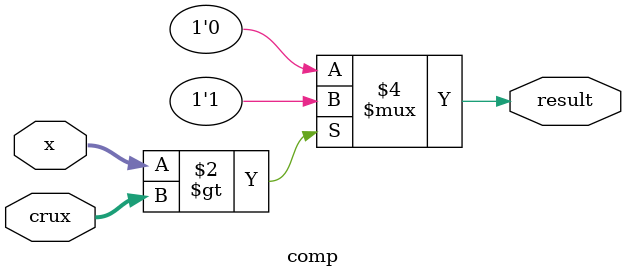
<source format=v>
module comp (x, crux, result);

        input[2:0]  x;
        input[2:0] crux;

        output result;
        reg result;


        always @(x or crux)
        begin
          if (x>crux)
              result = 1;
          else 
              result = 0;
        end
endmodule
</source>
